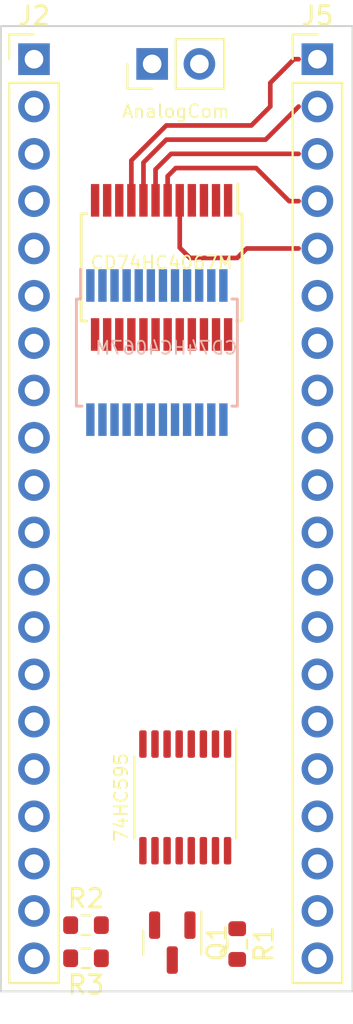
<source format=kicad_pcb>
(kicad_pcb (version 20211014) (generator pcbnew)
  (layers (0 "F.Cu" signal) (31 "B.Cu" signal) (34 "B.Paste" user) (35 "F.Paste" user) (36 "B.SilkS" user "B.Silkscreen") (37 "F.SilkS" user "F.Silkscreen") (38 "B.Mask" user) (39 "F.Mask" user) (44 "Edge.Cuts" user))
  (net 0 "")
  (net 1 "AN1")
  (net 2 "AN2")
  (net 3 "GND")
  (net 4 "Net-(J2-Pad1)")
  (net 5 "Net-(J2-Pad2)")
  (net 6 "Net-(J2-Pad3)")
  (net 7 "Net-(J2-Pad4)")
  (net 8 "Net-(J2-Pad5)")
  (net 9 "Net-(J2-Pad6)")
  (net 10 "Net-(J2-Pad7)")
  (net 11 "Net-(J2-Pad8)")
  (net 12 "Net-(J2-Pad9)")
  (net 13 "Net-(J2-Pad10)")
  (net 14 "Net-(J2-Pad11)")
  (net 15 "Net-(J2-Pad12)")
  (net 16 "Net-(J2-Pad13)")
  (net 17 "Net-(J2-Pad14)")
  (net 18 "Net-(J2-Pad15)")
  (net 19 "Net-(J2-Pad16)")
  (net 20 "Net-(J5-Pad17)")
  (net 21 "Net-(J5-Pad2)")
  (net 22 "Net-(J5-Pad3)")
  (net 23 "Net-(J5-Pad4)")
  (net 24 "Net-(J5-Pad5)")
  (net 25 "Net-(J5-Pad6)")
  (net 26 "Net-(J5-Pad7)")
  (net 27 "Net-(J5-Pad8)")
  (net 28 "Net-(J5-Pad9)")
  (net 29 "Net-(J5-Pad10)")
  (net 30 "Net-(J5-Pad11)")
  (net 31 "Net-(J5-Pad12)")
  (net 32 "Net-(J5-Pad13)")
  (net 33 "Net-(J5-Pad14)")
  (net 34 "+5V")
  (net 35 "Net-(Q1-Pad2)")
  (net 36 "{slash}OE")
  (net 37 "Net-(J5-Pad15)")
  (net 38 "Net-(U1-Pad10)")
  (net 39 "Net-(U1-Pad11)")
  (net 40 "Net-(U1-Pad13)")
  (net 41 "Net-(U1-Pad14)")
  (net 42 "Net-(U2-Pad4)")
  (net 43 "Net-(U2-Pad5)")
  (net 44 "Net-(U2-Pad6)")
  (net 45 "Net-(U2-Pad7)")
  (net 46 "Net-(J5-Pad16)")
  (net 47 "DataH")
  (net 48 "Clk")
  (net 49 "ClkH")
  (net 50 "Data")
  (footprint "Package_SO:TSSOP-16_4.4x5mm_P0.65mm" (layer "F.Cu") (at 60.706 92.202 -90)
    (fp_text reference "U2" hide)
    (fp_text value "74HC595" (at 0 3.45 90) (layer "F.SilkS") (effects (font (size 0.7 0.7) (thickness 0.1))))
    (fp_line (start 0 2.735) (end 2.2 2.735) (layer "F.SilkS") (width 0.12))
    (fp_line (start 0 2.735) (end -2.2 2.735) (layer "F.SilkS") (width 0.12))
    (fp_line (start 0 -2.735) (end -3.6 -2.735) (layer "F.SilkS") (width 0.12))
    (fp_line (start 0 -2.735) (end 2.2 -2.735) (layer "F.SilkS") (width 0.12))
    (pad "1" smd roundrect (at -2.8625 -2.275 270) (size 1.475 0.4) (layers "F.Cu" "F.Paste" "F.Mask") (net 39 "Net-(U1-Pad11)"))
    (pad "2" smd roundrect (at -2.8625 -1.625 270) (size 1.475 0.4) (layers "F.Cu" "F.Paste" "F.Mask") (net 41 "Net-(U1-Pad14)"))
    (pad "3" smd roundrect (at -2.8625 -0.975 270) (size 1.475 0.4) (layers "F.Cu" "F.Paste" "F.Mask") (net 40 "Net-(U1-Pad13)"))
    (pad "4" smd roundrect (at -2.8625 -0.325 270) (size 1.475 0.4) (layers "F.Cu" "F.Paste" "F.Mask") (net 42 "Net-(U2-Pad4)"))
    (pad "5" smd roundrect (at -2.8625 0.325 270) (size 1.475 0.4) (layers "F.Cu" "F.Paste" "F.Mask") (net 43 "Net-(U2-Pad5)"))
    (pad "6" smd roundrect (at -2.8625 0.975 270) (size 1.475 0.4) (layers "F.Cu" "F.Paste" "F.Mask") (net 44 "Net-(U2-Pad6)"))
    (pad "7" smd roundrect (at -2.8625 1.625 270) (size 1.475 0.4) (layers "F.Cu" "F.Paste" "F.Mask") (net 45 "Net-(U2-Pad7)"))
    (pad "8" smd roundrect (at -2.8625 2.275 270) (size 1.475 0.4) (layers "F.Cu" "F.Paste" "F.Mask") (net 3 "GND"))
    (pad "9" smd roundrect (at 2.8625 2.275 270) (size 1.475 0.4) (layers "F.Cu" "F.Paste" "F.Mask") (net 47 "DataH"))
    (pad "10" smd roundrect (at 2.8625 1.625 270) (size 1.475 0.4) (layers "F.Cu" "F.Paste" "F.Mask") (net 34 "+5V"))
    (pad "11" smd roundrect (at 2.8625 0.975 270) (size 1.475 0.4) (layers "F.Cu" "F.Paste" "F.Mask") (net 48 "Clk"))
    (pad "12" smd roundrect (at 2.8625 0.325 270) (size 1.475 0.4) (layers "F.Cu" "F.Paste" "F.Mask") (net 49 "ClkH"))
    (pad "13" smd roundrect (at 2.8625 -0.325 270) (size 1.475 0.4) (layers "F.Cu" "F.Paste" "F.Mask") (net 36 "{slash}OE"))
    (pad "14" smd roundrect (at 2.8625 -0.975 270) (size 1.475 0.4) (layers "F.Cu" "F.Paste" "F.Mask") (net 50 "Data"))
    (pad "15" smd roundrect (at 2.8625 -1.625 270) (size 1.475 0.4) (layers "F.Cu" "F.Paste" "F.Mask") (net 38 "Net-(U1-Pad10)"))
    (pad "16" smd roundrect (at 2.8625 -2.275 270) (size 1.475 0.4) (layers "F.Cu" "F.Paste" "F.Mask") (net 34 "+5V"))
  )
  (footprint "Resistor_SMD:R_0603_1608Metric" (layer "F.Cu") (at 55.372 99.06)
    (fp_text reference "R2" (at 0 -1.43) (layer "F.SilkS"))
    (fp_text value "1K")
    (fp_line (start -0.237258 -0.5225) (end 0.237258 -0.5225) (layer "F.SilkS") (width 0.12))
    (fp_line (start -0.237258 0.5225) (end 0.237258 0.5225) (layer "F.SilkS") (width 0.12))
    (pad "1" smd roundrect (at -0.825 0) (size 0.8 0.95) (layers "F.Cu" "F.Paste" "F.Mask") (net 36 "{slash}OE"))
    (pad "2" smd roundrect (at 0.825 0) (size 0.8 0.95) (layers "F.Cu" "F.Paste" "F.Mask") (net 35 "Net-(Q1-Pad2)"))
  )
  (footprint "Package_TO_SOT_SMD:SOT-23" (layer "F.Cu") (at 60.01 99.9975 -90)
    (fp_text reference "Q1" (at 0 -2.4 90) (layer "F.SilkS"))
    (fp_text value "Q_PNP_EBC")
    (fp_line (start 0 1.56) (end 0.65 1.56) (layer "F.SilkS") (width 0.12))
    (fp_line (start 0 -1.56) (end -1.675 -1.56) (layer "F.SilkS") (width 0.12))
    (fp_line (start 0 1.56) (end -0.65 1.56) (layer "F.SilkS") (width 0.12))
    (fp_line (start 0 -1.56) (end 0.65 -1.56) (layer "F.SilkS") (width 0.12))
    (pad "1" smd roundrect (at -0.9375 -0.95 270) (size 1.475 0.6) (layers "F.Cu" "F.Paste" "F.Mask") (net 34 "+5V"))
    (pad "2" smd roundrect (at -0.9375 0.95 270) (size 1.475 0.6) (layers "F.Cu" "F.Paste" "F.Mask") (net 35 "Net-(Q1-Pad2)"))
    (pad "3" smd roundrect (at 0.9375 0 270) (size 1.475 0.6) (layers "F.Cu" "F.Paste" "F.Mask") (net 36 "{slash}OE"))
  )
  (footprint "Connector_PinHeader_2.54mm:PinHeader_1x20_P2.54mm_Vertical" (layer "F.Cu") (at 52.578 52.578)
    (fp_text reference "J2" (at 0 -2.33) (layer "F.SilkS"))
    (fp_text value "Conn_01x20_Male" hide)
    (fp_line (start -1.33 -1.33) (end 0 -1.33) (layer "F.SilkS") (width 0.12))
    (fp_line (start -1.33 0) (end -1.33 -1.33) (layer "F.SilkS") (width 0.12))
    (fp_line (start -1.33 49.59) (end 1.33 49.59) (layer "F.SilkS") (width 0.12))
    (fp_line (start -1.33 1.27) (end -1.33 49.59) (layer "F.SilkS") (width 0.12))
    (fp_line (start 1.33 1.27) (end 1.33 49.59) (layer "F.SilkS") (width 0.12))
    (fp_line (start -1.33 1.27) (end 1.33 1.27) (layer "F.SilkS") (width 0.12))
    (pad "1" thru_hole rect locked (at 0 0) (size 1.7 1.7) (drill 1) (layers *.Cu *.Mask) (net 4 "Net-(J2-Pad1)"))
    (pad "2" thru_hole oval locked (at 0 2.54) (size 1.7 1.7) (drill 1) (layers *.Cu *.Mask) (net 5 "Net-(J2-Pad2)"))
    (pad "3" thru_hole oval locked (at 0 5.08) (size 1.7 1.7) (drill 1) (layers *.Cu *.Mask) (net 6 "Net-(J2-Pad3)"))
    (pad "4" thru_hole oval locked (at 0 7.62) (size 1.7 1.7) (drill 1) (layers *.Cu *.Mask) (net 7 "Net-(J2-Pad4)"))
    (pad "5" thru_hole oval locked (at 0 10.16) (size 1.7 1.7) (drill 1) (layers *.Cu *.Mask) (net 8 "Net-(J2-Pad5)"))
    (pad "6" thru_hole oval locked (at 0 12.7) (size 1.7 1.7) (drill 1) (layers *.Cu *.Mask) (net 9 "Net-(J2-Pad6)"))
    (pad "7" thru_hole oval locked (at 0 15.24) (size 1.7 1.7) (drill 1) (layers *.Cu *.Mask) (net 10 "Net-(J2-Pad7)"))
    (pad "8" thru_hole oval locked (at 0 17.78) (size 1.7 1.7) (drill 1) (layers *.Cu *.Mask) (net 11 "Net-(J2-Pad8)"))
    (pad "9" thru_hole oval locked (at 0 20.32) (size 1.7 1.7) (drill 1) (layers *.Cu *.Mask) (net 12 "Net-(J2-Pad9)"))
    (pad "10" thru_hole oval locked (at 0 22.86) (size 1.7 1.7) (drill 1) (layers *.Cu *.Mask) (net 13 "Net-(J2-Pad10)"))
    (pad "11" thru_hole oval locked (at 0 25.4) (size 1.7 1.7) (drill 1) (layers *.Cu *.Mask) (net 14 "Net-(J2-Pad11)"))
    (pad "12" thru_hole oval locked (at 0 27.94) (size 1.7 1.7) (drill 1) (layers *.Cu *.Mask) (net 15 "Net-(J2-Pad12)"))
    (pad "13" thru_hole oval locked (at 0 30.48) (size 1.7 1.7) (drill 1) (layers *.Cu *.Mask) (net 16 "Net-(J2-Pad13)"))
    (pad "14" thru_hole oval locked (at 0 33.02) (size 1.7 1.7) (drill 1) (layers *.Cu *.Mask) (net 17 "Net-(J2-Pad14)"))
    (pad "15" thru_hole oval locked (at 0 35.56) (size 1.7 1.7) (drill 1) (layers *.Cu *.Mask) (net 18 "Net-(J2-Pad15)"))
    (pad "16" thru_hole oval locked (at 0 38.1) (size 1.7 1.7) (drill 1) (layers *.Cu *.Mask) (net 19 "Net-(J2-Pad16)"))
    (pad "17" thru_hole oval locked (at 0 40.64) (size 1.7 1.7) (drill 1) (layers *.Cu *.Mask) (net 50 "Data"))
    (pad "18" thru_hole oval locked (at 0 43.18) (size 1.7 1.7) (drill 1) (layers *.Cu *.Mask) (net 48 "Clk"))
    (pad "19" thru_hole oval locked (at 0 45.72) (size 1.7 1.7) (drill 1) (layers *.Cu *.Mask) (net 36 "{slash}OE"))
    (pad "20" thru_hole oval locked (at 0 48.26) (size 1.7 1.7) (drill 1) (layers *.Cu *.Mask) (net 3 "GND"))
  )
  (footprint "Resistor_SMD:R_0603_1608Metric" (layer "F.Cu") (at 55.372 100.838 180)
    (fp_text reference "R3" (at 0 -1.43) (layer "F.SilkS"))
    (fp_text value "1K")
    (fp_line (start -0.237258 -0.5225) (end 0.237258 -0.5225) (layer "F.SilkS") (width 0.12))
    (fp_line (start -0.237258 0.5225) (end 0.237258 0.5225) (layer "F.SilkS") (width 0.12))
    (pad "1" smd roundrect (at -0.825 0 180) (size 0.8 0.95) (layers "F.Cu" "F.Paste" "F.Mask") (net 3 "GND"))
    (pad "2" smd roundrect (at 0.825 0 180) (size 0.8 0.95) (layers "F.Cu" "F.Paste" "F.Mask") (net 36 "{slash}OE"))
  )
  (footprint "Resistor_SMD:R_0603_1608Metric" (layer "F.Cu") (at 63.5 100.076 -90)
    (fp_text reference "R1" (at 0 -1.43 90) (layer "F.SilkS"))
    (fp_text value "100K")
    (fp_line (start -0.237258 0.5225) (end 0.237258 0.5225) (layer "F.SilkS") (width 0.12))
    (fp_line (start -0.237258 -0.5225) (end 0.237258 -0.5225) (layer "F.SilkS") (width 0.12))
    (pad "1" smd roundrect (at -0.825 0 270) (size 0.8 0.95) (layers "F.Cu" "F.Paste" "F.Mask") (net 34 "+5V"))
    (pad "2" smd roundrect (at 0.825 0 270) (size 0.8 0.95) (layers "F.Cu" "F.Paste" "F.Mask") (net 35 "Net-(Q1-Pad2)"))
  )
  (footprint "Connector_PinHeader_2.54mm:PinHeader_1x20_P2.54mm_Vertical" (layer "F.Cu") (at 67.81 52.578)
    (fp_text reference "J5" (at 0 -2.33) (layer "F.SilkS"))
    (fp_text value "Conn_01x20_Male" hide)
    (fp_line (start -1.33 0) (end -1.33 -1.33) (layer "F.SilkS") (width 0.12))
    (fp_line (start -1.33 -1.33) (end 0 -1.33) (layer "F.SilkS") (width 0.12))
    (fp_line (start -1.33 1.27) (end -1.33 49.59) (layer "F.SilkS") (width 0.12))
    (fp_line (start 1.33 1.27) (end 1.33 49.59) (layer "F.SilkS") (width 0.12))
    (fp_line (start -1.33 1.27) (end 1.33 1.27) (layer "F.SilkS") (width 0.12))
    (fp_line (start -1.33 49.59) (end 1.33 49.59) (layer "F.SilkS") (width 0.12))
    (pad "1" thru_hole rect locked (at 0 0) (size 1.7 1.7) (drill 1) (layers *.Cu *.Mask) (net 2 "AN2"))
    (pad "2" thru_hole oval locked (at 0 2.54) (size 1.7 1.7) (drill 1) (layers *.Cu *.Mask) (net 21 "Net-(J5-Pad2)"))
    (pad "3" thru_hole oval locked (at 0 5.08) (size 1.7 1.7) (drill 1) (layers *.Cu *.Mask) (net 22 "Net-(J5-Pad3)"))
    (pad "4" thru_hole oval locked (at 0 7.62) (size 1.7 1.7) (drill 1) (layers *.Cu *.Mask) (net 23 "Net-(J5-Pad4)"))
    (pad "5" thru_hole oval locked (at 0 10.16) (size 1.7 1.7) (drill 1) (layers *.Cu *.Mask) (net 24 "Net-(J5-Pad5)"))
    (pad "6" thru_hole oval locked (at 0 12.7) (size 1.7 1.7) (drill 1) (layers *.Cu *.Mask) (net 25 "Net-(J5-Pad6)"))
    (pad "7" thru_hole oval locked (at 0 15.24) (size 1.7 1.7) (drill 1) (layers *.Cu *.Mask) (net 26 "Net-(J5-Pad7)"))
    (pad "8" thru_hole oval locked (at 0 17.78) (size 1.7 1.7) (drill 1) (layers *.Cu *.Mask) (net 27 "Net-(J5-Pad8)"))
    (pad "9" thru_hole oval locked (at 0 20.32) (size 1.7 1.7) (drill 1) (layers *.Cu *.Mask) (net 28 "Net-(J5-Pad9)"))
    (pad "10" thru_hole oval locked (at 0 22.86) (size 1.7 1.7) (drill 1) (layers *.Cu *.Mask) (net 29 "Net-(J5-Pad10)"))
    (pad "11" thru_hole oval locked (at 0 25.4) (size 1.7 1.7) (drill 1) (layers *.Cu *.Mask) (net 30 "Net-(J5-Pad11)"))
    (pad "12" thru_hole oval locked (at 0 27.94) (size 1.7 1.7) (drill 1) (layers *.Cu *.Mask) (net 31 "Net-(J5-Pad12)"))
    (pad "13" thru_hole oval locked (at 0 30.48) (size 1.7 1.7) (drill 1) (layers *.Cu *.Mask) (net 32 "Net-(J5-Pad13)"))
    (pad "14" thru_hole oval locked (at 0 33.02) (size 1.7 1.7) (drill 1) (layers *.Cu *.Mask) (net 33 "Net-(J5-Pad14)"))
    (pad "15" thru_hole oval locked (at 0 35.56) (size 1.7 1.7) (drill 1) (layers *.Cu *.Mask) (net 37 "Net-(J5-Pad15)"))
    (pad "16" thru_hole oval locked (at 0 38.1) (size 1.7 1.7) (drill 1) (layers *.Cu *.Mask) (net 46 "Net-(J5-Pad16)"))
    (pad "17" thru_hole oval locked (at 0 40.64) (size 1.7 1.7) (drill 1) (layers *.Cu *.Mask) (net 20 "Net-(J5-Pad17)"))
    (pad "18" thru_hole oval locked (at 0 43.18) (size 1.7 1.7) (drill 1) (layers *.Cu *.Mask) (net 47 "DataH"))
    (pad "19" thru_hole oval locked (at 0 45.72) (size 1.7 1.7) (drill 1) (layers *.Cu *.Mask) (net 49 "ClkH"))
    (pad "20" thru_hole oval locked (at 0 48.26) (size 1.7 1.7) (drill 1) (layers *.Cu *.Mask) (net 34 "+5V"))
  )
  (footprint "Connector_PinHeader_2.54mm:PinHeader_1x02_P2.54mm_Vertical" (layer "F.Cu") (at 58.928 52.832 90)
    (fp_text reference "JP1" hide)
    (fp_text value "AnalogCom" (at -2.54 1.27 180) (layer "F.SilkS") (effects (font (size 0.7 0.7) (thickness 0.1))))
    (fp_line (start -1.33 3.87) (end 1.33 3.87) (layer "F.SilkS") (width 0.12))
    (fp_line (start -1.33 1.27) (end -1.33 3.87) (layer "F.SilkS") (width 0.12))
    (fp_line (start 1.33 1.27) (end 1.33 3.87) (layer "F.SilkS") (width 0.12))
    (fp_line (start -1.33 0) (end -1.33 -1.33) (layer "F.SilkS") (width 0.12))
    (fp_line (start -1.33 -1.33) (end 0 -1.33) (layer "F.SilkS") (width 0.12))
    (fp_line (start -1.33 1.27) (end 1.33 1.27) (layer "F.SilkS") (width 0.12))
    (pad "1" thru_hole rect locked (at 0 0 90) (size 1.7 1.7) (drill 1) (layers *.Cu *.Mask) (net 1 "AN1"))
    (pad "2" thru_hole oval locked (at 0 2.54 90) (size 1.7 1.7) (drill 1) (layers *.Cu *.Mask) (net 2 "AN2"))
  )
  (footprint "Package_SO:SSOP-24_5.3x8.2mm_P0.65mm" (layer "F.Cu") (at 59.436 63.754 -90)
    (fp_text reference "U3" hide)
    (fp_text value "CD74HC4067M" (at -0.254 0 180) (layer "F.SilkS") (effects (font (size 0.7 0.7) (thickness 0.1))))
    (fp_line (start -2.875 4.325) (end -2.875 4.025) (layer "F.SilkS") (width 0.15))
    (fp_line (start -2.875 -4.1) (end -4.475 -4.1) (layer "F.SilkS") (width 0.15))
    (fp_line (start -2.875 -4.325) (end 2.875 -4.325) (layer "F.SilkS") (width 0.15))
    (fp_line (start 2.875 4.325) (end 2.875 4.025) (layer "F.SilkS") (width 0.15))
    (fp_line (start 2.875 -4.325) (end 2.875 -4.025) (layer "F.SilkS") (width 0.15))
    (fp_line (start -2.875 4.325) (end 2.875 4.325) (layer "F.SilkS") (width 0.15))
    (fp_line (start -2.875 -4.325) (end -2.875 -4.1) (layer "F.SilkS") (width 0.15))
    (pad "1" smd rect (at -3.6 -3.575 270) (size 1.75 0.45) (layers "F.Cu" "F.Paste" "F.Mask") (net 2 "AN2"))
    (pad "2" smd rect (at -3.6 -2.925 270) (size 1.75 0.45) (layers "F.Cu" "F.Paste" "F.Mask") (net 28 "Net-(J5-Pad9)"))
    (pad "3" smd rect (at -3.6 -2.275 270) (size 1.75 0.45) (layers "F.Cu" "F.Paste" "F.Mask") (net 27 "Net-(J5-Pad8)"))
    (pad "4" smd rect (at -3.6 -1.625 270) (size 1.75 0.45) (layers "F.Cu" "F.Paste" "F.Mask") (net 26 "Net-(J5-Pad7)"))
    (pad "5" smd rect (at -3.6 -0.975 270) (size 1.75 0.45) (layers "F.Cu" "F.Paste" "F.Mask") (net 25 "Net-(J5-Pad6)"))
    (pad "6" smd rect (at -3.6 -0.325 270) (size 1.75 0.45) (layers "F.Cu" "F.Paste" "F.Mask") (net 24 "Net-(J5-Pad5)"))
    (pad "7" smd rect (at -3.6 0.325 270) (size 1.75 0.45) (layers "F.Cu" "F.Paste" "F.Mask") (net 23 "Net-(J5-Pad4)"))
    (pad "8" smd rect (at -3.6 0.975 270) (size 1.75 0.45) (layers "F.Cu" "F.Paste" "F.Mask") (net 22 "Net-(J5-Pad3)"))
    (pad "9" smd rect (at -3.6 1.625 270) (size 1.75 0.45) (layers "F.Cu" "F.Paste" "F.Mask") (net 21 "Net-(J5-Pad2)"))
    (pad "10" smd rect (at -3.6 2.275 270) (size 1.75 0.45) (layers "F.Cu" "F.Paste" "F.Mask") (net 42 "Net-(U2-Pad4)"))
    (pad "11" smd rect (at -3.6 2.925 270) (size 1.75 0.45) (layers "F.Cu" "F.Paste" "F.Mask") (net 43 "Net-(U2-Pad5)"))
    (pad "12" smd rect (at -3.6 3.575 270) (size 1.75 0.45) (layers "F.Cu" "F.Paste" "F.Mask") (net 3 "GND"))
    (pad "13" smd rect (at 3.6 3.575 270) (size 1.75 0.45) (layers "F.Cu" "F.Paste" "F.Mask") (net 45 "Net-(U2-Pad7)"))
    (pad "14" smd rect (at 3.6 2.925 270) (size 1.75 0.45) (layers "F.Cu" "F.Paste" "F.Mask") (net 44 "Net-(U2-Pad6)"))
    (pad "15" smd rect (at 3.6 2.275 270) (size 1.75 0.45) (layers "F.Cu" "F.Paste" "F.Mask") (net 36 "{slash}OE"))
    (pad "16" smd rect (at 3.6 1.625 270) (size 1.75 0.45) (layers "F.Cu" "F.Paste" "F.Mask") (net 20 "Net-(J5-Pad17)"))
    (pad "17" smd rect (at 3.6 0.975 270) (size 1.75 0.45) (layers "F.Cu" "F.Paste" "F.Mask") (net 46 "Net-(J5-Pad16)"))
    (pad "18" smd rect (at 3.6 0.325 270) (size 1.75 0.45) (layers "F.Cu" "F.Paste" "F.Mask") (net 37 "Net-(J5-Pad15)"))
    (pad "19" smd rect (at 3.6 -0.325 270) (size 1.75 0.45) (layers "F.Cu" "F.Paste" "F.Mask") (net 33 "Net-(J5-Pad14)"))
    (pad "20" smd rect (at 3.6 -0.975 270) (size 1.75 0.45) (layers "F.Cu" "F.Paste" "F.Mask") (net 32 "Net-(J5-Pad13)"))
    (pad "21" smd rect (at 3.6 -1.625 270) (size 1.75 0.45) (layers "F.Cu" "F.Paste" "F.Mask") (net 31 "Net-(J5-Pad12)"))
    (pad "22" smd rect (at 3.6 -2.275 270) (size 1.75 0.45) (layers "F.Cu" "F.Paste" "F.Mask") (net 30 "Net-(J5-Pad11)"))
    (pad "23" smd rect (at 3.6 -2.925 270) (size 1.75 0.45) (layers "F.Cu" "F.Paste" "F.Mask") (net 29 "Net-(J5-Pad10)"))
    (pad "24" smd rect (at 3.6 -3.575 270) (size 1.75 0.45) (layers "F.Cu" "F.Paste" "F.Mask") (net 34 "+5V"))
  )
  (footprint "Package_SO:SSOP-24_5.3x8.2mm_P0.65mm" (layer "B.Cu") (at 59.182 68.326 -90)
    (fp_text reference "U1" hide)
    (fp_text value "CD74HC4067M" (at -0.254 -0.508 180) (layer "B.SilkS") (effects (font (size 0.7 0.7) (thickness 0.1)) (justify mirror)))
    (fp_line (start -2.875 4.325) (end -2.875 4.1) (layer "B.SilkS") (width 0.15))
    (fp_line (start 2.875 4.325) (end 2.875 4.025) (layer "B.SilkS") (width 0.15))
    (fp_line (start -2.875 4.1) (end -4.475 4.1) (layer "B.SilkS") (width 0.15))
    (fp_line (start -2.875 -4.325) (end -2.875 -4.025) (layer "B.SilkS") (width 0.15))
    (fp_line (start -2.875 -4.325) (end 2.875 -4.325) (layer "B.SilkS") (width 0.15))
    (fp_line (start -2.875 4.325) (end 2.875 4.325) (layer "B.SilkS") (width 0.15))
    (fp_line (start 2.875 -4.325) (end 2.875 -4.025) (layer "B.SilkS") (width 0.15))
    (pad "1" smd rect (at -3.6 3.575 270) (size 1.75 0.45) (layers "B.Cu" "B.Paste" "B.Mask") (net 1 "AN1"))
    (pad "2" smd rect (at -3.6 2.925 270) (size 1.75 0.45) (layers "B.Cu" "B.Paste" "B.Mask") (net 11 "Net-(J2-Pad8)"))
    (pad "3" smd rect (at -3.6 2.275 270) (size 1.75 0.45) (layers "B.Cu" "B.Paste" "B.Mask") (net 10 "Net-(J2-Pad7)"))
    (pad "4" smd rect (at -3.6 1.625 270) (size 1.75 0.45) (layers "B.Cu" "B.Paste" "B.Mask") (net 9 "Net-(J2-Pad6)"))
    (pad "5" smd rect (at -3.6 0.975 270) (size 1.75 0.45) (layers "B.Cu" "B.Paste" "B.Mask") (net 8 "Net-(J2-Pad5)"))
    (pad "6" smd rect (at -3.6 0.325 270) (size 1.75 0.45) (layers "B.Cu" "B.Paste" "B.Mask") (net 7 "Net-(J2-Pad4)"))
    (pad "7" smd rect (at -3.6 -0.325 270) (size 1.75 0.45) (layers "B.Cu" "B.Paste" "B.Mask") (net 6 "Net-(J2-Pad3)"))
    (pad "8" smd rect (at -3.6 -0.975 270) (size 1.75 0.45) (layers "B.Cu" "B.Paste" "B.Mask") (net 5 "Net-(J2-Pad2)"))
    (pad "9" smd rect (at -3.6 -1.625 270) (size 1.75 0.45) (layers "B.Cu" "B.Paste" "B.Mask") (net 4 "Net-(J2-Pad1)"))
    (pad "10" smd rect (at -3.6 -2.275 270) (size 1.75 0.45) (layers "B.Cu" "B.Paste" "B.Mask") (net 38 "Net-(U1-Pad10)"))
    (pad "11" smd rect (at -3.6 -2.925 270) (size 1.75 0.45) (layers "B.Cu" "B.Paste" "B.Mask") (net 39 "Net-(U1-Pad11)"))
    (pad "12" smd rect (at -3.6 -3.575 270) (size 1.75 0.45) (layers "B.Cu" "B.Paste" "B.Mask") (net 3 "GND"))
    (pad "13" smd rect (at 3.6 -3.575 270) (size 1.75 0.45) (layers "B.Cu" "B.Paste" "B.Mask") (net 40 "Net-(U1-Pad13)"))
    (pad "14" smd rect (at 3.6 -2.925 270) (size 1.75 0.45) (layers "B.Cu" "B.Paste" "B.Mask") (net 41 "Net-(U1-Pad14)"))
    (pad "15" smd rect (at 3.6 -2.275 270) (size 1.75 0.45) (layers "B.Cu" "B.Paste" "B.Mask") (net 36 "{slash}OE"))
    (pad "16" smd rect (at 3.6 -1.625 270) (size 1.75 0.45) (layers "B.Cu" "B.Paste" "B.Mask") (net 19 "Net-(J2-Pad16)"))
    (pad "17" smd rect (at 3.6 -0.975 270) (size 1.75 0.45) (layers "B.Cu" "B.Paste" "B.Mask") (net 18 "Net-(J2-Pad15)"))
    (pad "18" smd rect (at 3.6 -0.325 270) (size 1.75 0.45) (layers "B.Cu" "B.Paste" "B.Mask") (net 17 "Net-(J2-Pad14)"))
    (pad "19" smd rect (at 3.6 0.325 270) (size 1.75 0.45) (layers "B.Cu" "B.Paste" "B.Mask") (net 16 "Net-(J2-Pad13)"))
    (pad "20" smd rect (at 3.6 0.975 270) (size 1.75 0.45) (layers "B.Cu" "B.Paste" "B.Mask") (net 15 "Net-(J2-Pad12)"))
    (pad "21" smd rect (at 3.6 1.625 270) (size 1.75 0.45) (layers "B.Cu" "B.Paste" "B.Mask") (net 14 "Net-(J2-Pad11)"))
    (pad "22" smd rect (at 3.6 2.275 270) (size 1.75 0.45) (layers "B.Cu" "B.Paste" "B.Mask") (net 13 "Net-(J2-Pad10)"))
    (pad "23" smd rect (at 3.6 2.925 270) (size 1.75 0.45) (layers "B.Cu" "B.Paste" "B.Mask") (net 12 "Net-(J2-Pad9)"))
    (pad "24" smd rect (at 3.6 3.575 270) (size 1.75 0.45) (layers "B.Cu" "B.Paste" "B.Mask") (net 34 "+5V"))
  )
  (gr_rect locked (start 50.8 50.8) (end 69.696 102.616) (layer "Edge.Cuts") (width 0.1) (fill none))
  (segment (start 66.548 52.578) (end 66.802 52.578) (width 0.25) (layer "F.Cu") (net 21))
  (segment (start 59.69 56.134) (end 64.262 56.134) (width 0.25) (layer "F.Cu") (net 21))
  (segment (start 64.262 56.134) (end 65.278 55.118) (width 0.25) (layer "F.Cu") (net 21))
  (segment (start 65.278 53.848) (end 66.548 52.578) (width 0.25) (layer "F.Cu") (net 21))
  (segment (start 65.278 55.118) (end 65.278 53.848) (width 0.25) (layer "F.Cu") (net 21))
  (segment (start 57.811 60.154) (end 57.811 58.013) (width 0.25) (layer "F.Cu") (net 21))
  (segment (start 57.811 58.013) (end 59.69 56.134) (width 0.25) (layer "F.Cu") (net 21))
  (segment (start 59.69 56.896) (end 65.024 56.896) (width 0.25) (layer "F.Cu") (net 22))
  (segment (start 65.024 56.896) (end 66.802 55.118) (width 0.25) (layer "F.Cu") (net 22))
  (segment (start 58.461 58.125) (end 59.69 56.896) (width 0.25) (layer "F.Cu") (net 22))
  (segment (start 58.461 60.154) (end 58.461 58.125) (width 0.25) (layer "F.Cu") (net 22))
  (segment (start 59.111 58.491) (end 59.944 57.658) (width 0.25) (layer "F.Cu") (net 23))
  (segment (start 59.944 57.658) (end 66.802 57.658) (width 0.25) (layer "F.Cu") (net 23))
  (segment (start 59.111 60.154) (end 59.111 58.491) (width 0.25) (layer "F.Cu") (net 23))
  (segment (start 59.761 60.154) (end 59.761 58.857) (width 0.25) (layer "F.Cu") (net 24))
  (segment (start 60.198 58.42) (end 64.516 58.42) (width 0.25) (layer "F.Cu") (net 24))
  (segment (start 64.516 58.42) (end 66.294 60.198) (width 0.25) (layer "F.Cu") (net 24))
  (segment (start 66.294 60.198) (end 66.802 60.198) (width 0.25) (layer "F.Cu") (net 24))
  (segment (start 59.761 58.857) (end 60.198 58.42) (width 0.25) (layer "F.Cu") (net 24))
  (segment (start 64.008 62.738) (end 66.802 62.738) (width 0.25) (layer "F.Cu") (net 25))
  (segment (start 60.411 62.697) (end 60.96 63.246) (width 0.25) (layer "F.Cu") (net 25))
  (segment (start 63.5 63.246) (end 64.008 62.738) (width 0.25) (layer "F.Cu") (net 25))
  (segment (start 60.411 60.154) (end 60.411 62.697) (width 0.25) (layer "F.Cu") (net 25))
  (segment (start 60.96 63.246) (end 63.5 63.246) (width 0.25) (layer "F.Cu") (net 25))
)
</source>
